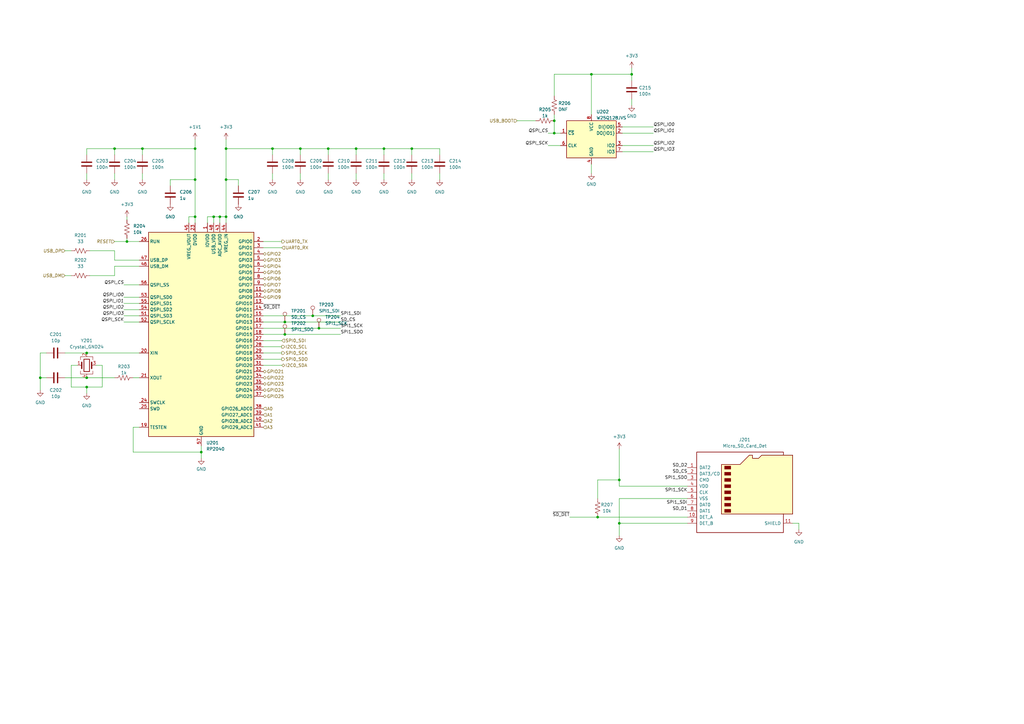
<source format=kicad_sch>
(kicad_sch (version 20211123) (generator eeschema)
  (paper "A3")
  (title_block (title "AlexVionics") (date "2022-09-01") (rev "1.0"))
  (lib_symbols
    (symbol "Connector:Micro_SD_Card_Det" (pin_names (offset 1.016))
      (property "Reference" "J" (at -16.51 17.78 0))
      (property "Value" "Micro_SD_Card_Det" (at 16.51 17.78 0))
      (symbol "Micro_SD_Card_Det_0_1"
        (rectangle (start -7.62 -6.985) (end -5.08 -8.255) (fill (type outline)))
        (rectangle (start -7.62 -4.445) (end -5.08 -5.715) (fill (type outline)))
        (rectangle (start -7.62 -1.905) (end -5.08 -3.175) (fill (type outline)))
        (rectangle (start -7.62 0.635) (end -5.08 -0.635) (fill (type outline)))
        (rectangle (start -7.62 3.175) (end -5.08 1.905) (fill (type outline)))
        (rectangle (start -7.62 5.715) (end -5.08 4.445) (fill (type outline)))
        (rectangle (start -7.62 8.255) (end -5.08 6.985) (fill (type outline)))
        (rectangle (start -7.62 10.795) (end -5.08 9.525) (fill (type outline)))
        (polyline (pts (xy 16.51 15.24) (xy 16.51 16.51) (xy -19.05 16.51) (xy -19.05 -16.51) (xy 16.51 -16.51) (xy 16.51 -8.89)) (stroke (width 0.254)))
        (polyline (pts (xy -8.89 -8.89) (xy -8.89 11.43) (xy -1.27 11.43) (xy 2.54 15.24) (xy 3.81 15.24) (xy 3.81 13.97) (xy 6.35 13.97) (xy 7.62 15.24) (xy 20.32 15.24) (xy 20.32 -8.89) (xy -8.89 -8.89)) (stroke (width 0.254)) (fill (type background)))
      )
      (symbol "Micro_SD_Card_Det_1_1"
        (pin bidirectional line (at -22.86 10.16 0) (length 3.81) (name "DAT2") (number "1"))
        (pin passive line (at -22.86 -10.16 0) (length 3.81) (name "DET_A") (number "10"))
        (pin passive line (at 20.32 -12.7 180) (length 3.81) (name "SHIELD") (number "11"))
        (pin bidirectional line (at -22.86 7.62 0) (length 3.81) (name "DAT3/CD") (number "2"))
        (pin input line (at -22.86 5.08 0) (length 3.81) (name "CMD") (number "3"))
        (pin power_in line (at -22.86 2.54 0) (length 3.81) (name "VDD") (number "4"))
        (pin input line (at -22.86 0 0) (length 3.81) (name "CLK") (number "5"))
        (pin power_in line (at -22.86 -2.54 0) (length 3.81) (name "VSS") (number "6"))
        (pin bidirectional line (at -22.86 -5.08 0) (length 3.81) (name "DAT0") (number "7"))
        (pin bidirectional line (at -22.86 -7.62 0) (length 3.81) (name "DAT1") (number "8"))
        (pin passive line (at -22.86 -12.7 0) (length 3.81) (name "DET_B") (number "9"))
      )
    )
    (symbol "Connector:TestPoint" (pin_numbers hide) (pin_names (offset 0.762) hide)
      (property "Reference" "TP" (at 0 6.858 0))
      (property "Value" "TestPoint" (at 0 5.08 0))
      (symbol "TestPoint_0_1"
        (circle (center 0 3.302) (radius 0.762))
      )
      (symbol "TestPoint_1_1"
        (pin passive line (at 0 0 90) (length 2.54) (name "1") (number "1"))
      )
    )
    (symbol "Device:C" (pin_numbers hide) (pin_names (offset 0.254))
      (property "Reference" "C" (at 0.635 2.54 0))
      (property "Value" "C" (at 0.635 -2.54 0))
      (symbol "C_0_1"
        (polyline (pts (xy -2.032 -0.762) (xy 2.032 -0.762)) (stroke (width 0.508)))
        (polyline (pts (xy -2.032 0.762) (xy 2.032 0.762)) (stroke (width 0.508)))
      )
      (symbol "C_1_1"
        (pin passive line (at 0 3.81 270) (length 2.794) (name "~") (number "1"))
        (pin passive line (at 0 -3.81 90) (length 2.794) (name "~") (number "2"))
      )
    )
    (symbol "Device:Crystal_GND24" (pin_names (offset 1.016) hide)
      (property "Reference" "Y" (at 3.175 5.08 0))
      (property "Value" "Crystal_GND24" (at 3.175 3.175 0))
      (symbol "Crystal_GND24_0_1"
        (rectangle (start -1.143 2.54) (end 1.143 -2.54) (stroke (width 0.3048)))
        (polyline (pts (xy -2.54 0) (xy -2.032 0)))
        (polyline (pts (xy -2.032 -1.27) (xy -2.032 1.27)) (stroke (width 0.508)))
        (polyline (pts (xy 0 -3.81) (xy 0 -3.556)))
        (polyline (pts (xy 0 3.556) (xy 0 3.81)))
        (polyline (pts (xy 2.032 -1.27) (xy 2.032 1.27)) (stroke (width 0.508)))
        (polyline (pts (xy 2.032 0) (xy 2.54 0)))
        (polyline (pts (xy -2.54 -2.286) (xy -2.54 -3.556) (xy 2.54 -3.556) (xy 2.54 -2.286)))
        (polyline (pts (xy -2.54 2.286) (xy -2.54 3.556) (xy 2.54 3.556) (xy 2.54 2.286)))
      )
      (symbol "Crystal_GND24_1_1"
        (pin passive line (at -3.81 0 0) (length 1.27) (name "1") (number "1"))
        (pin passive line (at 0 5.08 270) (length 1.27) (name "2") (number "2"))
        (pin passive line (at 3.81 0 180) (length 1.27) (name "3") (number "3"))
        (pin passive line (at 0 -5.08 90) (length 1.27) (name "4") (number "4"))
      )
    )
    (symbol "Device:R_US" (pin_numbers hide) (pin_names (offset 0))
      (property "Reference" "R" (at 2.54 0 90))
      (property "Value" "R_US" (at -2.54 0 90))
      (symbol "R_US_0_1"
        (polyline (pts (xy 0 -2.286) (xy 0 -2.54)))
        (polyline (pts (xy 0 2.286) (xy 0 2.54)))
        (polyline (pts (xy 0 -0.762) (xy 1.016 -1.143) (xy 0 -1.524) (xy -1.016 -1.905) (xy 0 -2.286)))
        (polyline (pts (xy 0 0.762) (xy 1.016 0.381) (xy 0 0) (xy -1.016 -0.381) (xy 0 -0.762)))
        (polyline (pts (xy 0 2.286) (xy 1.016 1.905) (xy 0 1.524) (xy -1.016 1.143) (xy 0 0.762)))
      )
      (symbol "R_US_1_1"
        (pin passive line (at 0 3.81 270) (length 1.27) (name "~") (number "1"))
        (pin passive line (at 0 -3.81 90) (length 1.27) (name "~") (number "2"))
      )
    )
    (symbol "MCU_RaspberryPi:RP2040"
      (property "Reference" "U" (at 17.78 45.72 0))
      (property "Value" "RP2040" (at 17.78 43.18 0))
      (symbol "RP2040_0_1"
        (rectangle (start -21.59 41.91) (end 21.59 -41.91) (stroke (width 0.254)) (fill (type background)))
      )
      (symbol "RP2040_1_1"
        (pin power_in line (at 2.54 45.72 270) (length 3.81) (name "IOVDD") (number "1"))
        (pin passive line (at 2.54 45.72 270) (length 3.81) hide (name "IOVDD") (number "10"))
        (pin bidirectional line (at 25.4 17.78 180) (length 3.81) (name "GPIO8") (number "11"))
        (pin bidirectional line (at 25.4 15.24 180) (length 3.81) (name "GPIO9") (number "12"))
        (pin bidirectional line (at 25.4 12.7 180) (length 3.81) (name "GPIO10") (number "13"))
        (pin bidirectional line (at 25.4 10.16 180) (length 3.81) (name "GPIO11") (number "14"))
        (pin bidirectional line (at 25.4 7.62 180) (length 3.81) (name "GPIO12") (number "15"))
        (pin bidirectional line (at 25.4 5.08 180) (length 3.81) (name "GPIO13") (number "16"))
        (pin bidirectional line (at 25.4 2.54 180) (length 3.81) (name "GPIO14") (number "17"))
        (pin bidirectional line (at 25.4 0 180) (length 3.81) (name "GPIO15") (number "18"))
        (pin input line (at -25.4 -38.1 0) (length 3.81) (name "TESTEN") (number "19"))
        (pin bidirectional line (at 25.4 38.1 180) (length 3.81) (name "GPIO0") (number "2"))
        (pin input line (at -25.4 -7.62 0) (length 3.81) (name "XIN") (number "20"))
        (pin passive line (at -25.4 -17.78 0) (length 3.81) (name "XOUT") (number "21"))
        (pin passive line (at 2.54 45.72 270) (length 3.81) hide (name "IOVDD") (number "22"))
        (pin power_in line (at -2.54 45.72 270) (length 3.81) (name "DVDD") (number "23"))
        (pin output line (at -25.4 -27.94 0) (length 3.81) (name "SWCLK") (number "24"))
        (pin bidirectional line (at -25.4 -30.48 0) (length 3.81) (name "SWD") (number "25"))
        (pin input line (at -25.4 38.1 0) (length 3.81) (name "RUN") (number "26"))
        (pin bidirectional line (at 25.4 -2.54 180) (length 3.81) (name "GPIO16") (number "27"))
        (pin bidirectional line (at 25.4 -5.08 180) (length 3.81) (name "GPIO17") (number "28"))
        (pin bidirectional line (at 25.4 -7.62 180) (length 3.81) (name "GPIO18") (number "29"))
        (pin bidirectional line (at 25.4 35.56 180) (length 3.81) (name "GPIO1") (number "3"))
        (pin bidirectional line (at 25.4 -10.16 180) (length 3.81) (name "GPIO19") (number "30"))
        (pin bidirectional line (at 25.4 -12.7 180) (length 3.81) (name "GPIO20") (number "31"))
        (pin bidirectional line (at 25.4 -15.24 180) (length 3.81) (name "GPIO21") (number "32"))
        (pin passive line (at 2.54 45.72 270) (length 3.81) hide (name "IOVDD") (number "33"))
        (pin bidirectional line (at 25.4 -17.78 180) (length 3.81) (name "GPIO22") (number "34"))
        (pin bidirectional line (at 25.4 -20.32 180) (length 3.81) (name "GPIO23") (number "35"))
        (pin bidirectional line (at 25.4 -22.86 180) (length 3.81) (name "GPIO24") (number "36"))
        (pin bidirectional line (at 25.4 -25.4 180) (length 3.81) (name "GPIO25") (number "37"))
        (pin bidirectional line (at 25.4 -30.48 180) (length 3.81) (name "GPIO26_ADC0") (number "38"))
        (pin bidirectional line (at 25.4 -33.02 180) (length 3.81) (name "GPIO27_ADC1") (number "39"))
        (pin bidirectional line (at 25.4 33.02 180) (length 3.81) (name "GPIO2") (number "4"))
        (pin bidirectional line (at 25.4 -35.56 180) (length 3.81) (name "GPIO28_ADC2") (number "40"))
        (pin bidirectional line (at 25.4 -38.1 180) (length 3.81) (name "GPIO29_ADC3") (number "41"))
        (pin passive line (at 2.54 45.72 270) (length 3.81) hide (name "IOVDD") (number "42"))
        (pin power_in line (at 7.62 45.72 270) (length 3.81) (name "ADC_AVDD") (number "43"))
        (pin power_in line (at 10.16 45.72 270) (length 3.81) (name "VREG_IN") (number "44"))
        (pin power_out line (at -5.08 45.72 270) (length 3.81) (name "VREG_VOUT") (number "45"))
        (pin bidirectional line (at -25.4 27.94 0) (length 3.81) (name "USB_DM") (number "46"))
        (pin bidirectional line (at -25.4 30.48 0) (length 3.81) (name "USB_DP") (number "47"))
        (pin power_in line (at 5.08 45.72 270) (length 3.81) (name "USB_VDD") (number "48"))
        (pin passive line (at 2.54 45.72 270) (length 3.81) hide (name "IOVDD") (number "49"))
        (pin bidirectional line (at 25.4 30.48 180) (length 3.81) (name "GPIO3") (number "5"))
        (pin passive line (at -2.54 45.72 270) (length 3.81) hide (name "DVDD") (number "50"))
        (pin bidirectional line (at -25.4 7.62 0) (length 3.81) (name "QSPI_SD3") (number "51"))
        (pin output line (at -25.4 5.08 0) (length 3.81) (name "QSPI_SCLK") (number "52"))
        (pin bidirectional line (at -25.4 15.24 0) (length 3.81) (name "QSPI_SD0") (number "53"))
        (pin bidirectional line (at -25.4 10.16 0) (length 3.81) (name "QSPI_SD2") (number "54"))
        (pin bidirectional line (at -25.4 12.7 0) (length 3.81) (name "QSPI_SD1") (number "55"))
        (pin bidirectional line (at -25.4 20.32 0) (length 3.81) (name "QSPI_SS") (number "56"))
        (pin power_in line (at 0 -45.72 90) (length 3.81) (name "GND") (number "57"))
        (pin bidirectional line (at 25.4 27.94 180) (length 3.81) (name "GPIO4") (number "6"))
        (pin bidirectional line (at 25.4 25.4 180) (length 3.81) (name "GPIO5") (number "7"))
        (pin bidirectional line (at 25.4 22.86 180) (length 3.81) (name "GPIO6") (number "8"))
        (pin bidirectional line (at 25.4 20.32 180) (length 3.81) (name "GPIO7") (number "9"))
      )
    )
    (symbol "Memory_Flash:W25Q128JVS"
      (property "Reference" "U" (at -8.89 8.89 0))
      (property "Value" "W25Q128JVS" (at 7.62 8.89 0))
      (symbol "W25Q128JVS_0_1"
        (rectangle (start -10.16 7.62) (end 10.16 -7.62) (stroke (width 0.254)) (fill (type background)))
      )
      (symbol "W25Q128JVS_1_1"
        (pin input line (at -12.7 2.54 0) (length 2.54) (name "~{CS}") (number "1"))
        (pin bidirectional line (at 12.7 2.54 180) (length 2.54) (name "DO(IO1)") (number "2"))
        (pin bidirectional line (at 12.7 -2.54 180) (length 2.54) (name "IO2") (number "3"))
        (pin power_in line (at 0 -10.16 90) (length 2.54) (name "GND") (number "4"))
        (pin bidirectional line (at 12.7 5.08 180) (length 2.54) (name "DI(IO0)") (number "5"))
        (pin input line (at -12.7 -2.54 0) (length 2.54) (name "CLK") (number "6"))
        (pin bidirectional line (at 12.7 -5.08 180) (length 2.54) (name "IO3") (number "7"))
        (pin power_in line (at 0 10.16 270) (length 2.54) (name "VCC") (number "8"))
      )
    )
    (symbol "power:+1V1" (power) (pin_names (offset 0))
      (property "Value" "+1V1" (at 0 3.556 0))
      (symbol "+1V1_0_1"
        (polyline (pts (xy -0.762 1.27) (xy 0 2.54)))
        (polyline (pts (xy 0 0) (xy 0 2.54)))
        (polyline (pts (xy 0 2.54) (xy 0.762 1.27)))
      )
      (symbol "+1V1_1_1"
        (pin power_in line (at 0 0 90) (length 0) hide (name "+1V1") (number "1"))
      )
    )
    (symbol "power:+3V3" (power) (pin_names (offset 0))
      (property "Value" "+3V3" (at 0 3.556 0))
      (symbol "+3V3_0_1"
        (polyline (pts (xy -0.762 1.27) (xy 0 2.54)))
        (polyline (pts (xy 0 0) (xy 0 2.54)))
        (polyline (pts (xy 0 2.54) (xy 0.762 1.27)))
      )
      (symbol "+3V3_1_1"
        (pin power_in line (at 0 0 90) (length 0) hide (name "+3V3") (number "1"))
      )
    )
    (symbol "power:GND" (power) (pin_names (offset 0))
      (property "Value" "GND" (at 0 -3.81 0))
      (symbol "GND_0_1"
        (polyline (pts (xy 0 0) (xy 0 -1.27) (xy 1.27 -1.27) (xy 0 -2.54) (xy -1.27 -1.27) (xy 0 -1.27)))
      )
      (symbol "GND_1_1"
        (pin power_in line (at 0 0 270) (length 0) hide (name "GND") (number "1"))
      )
    )
  )
  (junction (at 254 196.85))
  (junction (at 80.01 88.9))
  (junction (at 16.51 154.94))
  (junction (at 111.76 60.96))
  (junction (at 116.84 132.08))
  (junction (at 92.71 73.66))
  (junction (at 80.01 73.66))
  (junction (at 134.62 60.96))
  (junction (at 227.33 54.61))
  (junction (at 130.81 134.62))
  (junction (at 35.56 154.94))
  (junction (at 92.71 88.9))
  (junction (at 46.99 60.96))
  (junction (at 245.11 212.09))
  (junction (at 259.08 30.48))
  (junction (at 254 214.63))
  (junction (at 82.55 185.42))
  (junction (at 80.01 60.96))
  (junction (at 128.27 129.54))
  (junction (at 90.17 88.9))
  (junction (at 146.05 60.96))
  (junction (at 87.63 88.9))
  (junction (at 123.19 60.96))
  (junction (at 242.57 30.48))
  (junction (at 58.42 60.96))
  (junction (at 35.56 144.78))
  (junction (at 168.91 60.96))
  (junction (at 92.71 60.96))
  (junction (at 227.33 49.53))
  (junction (at 116.84 137.16))
  (junction (at 52.07 99.06))
  (junction (at 157.48 60.96))
  (junction (at 35.56 158.75))
  (wire (pts (xy 134.62 71.12) (xy 134.62 73.66)))
  (wire (pts (xy 111.76 71.12) (xy 111.76 73.66)))
  (wire (pts (xy 254 219.71) (xy 254 214.63)))
  (wire (pts (xy 35.56 63.5) (xy 35.56 60.96)))
  (wire (pts (xy 227.33 39.37) (xy 227.33 30.48)))
  (wire (pts (xy 54.61 175.26) (xy 54.61 185.42)))
  (wire (pts (xy 77.47 88.9) (xy 80.01 88.9)))
  (wire (pts (xy 255.27 59.69) (xy 267.97 59.69)))
  (wire (pts (xy 54.61 185.42) (xy 82.55 185.42)))
  (wire (pts (xy 212.09 49.53) (xy 219.71 49.53)))
  (wire (pts (xy 92.71 73.66) (xy 92.71 88.9)))
  (wire (pts (xy 19.05 144.78) (xy 16.51 144.78)))
  (wire (pts (xy 50.8 132.08) (xy 57.15 132.08)))
  (wire (pts (xy 58.42 71.12) (xy 58.42 73.66)))
  (wire (pts (xy 50.8 116.84) (xy 57.15 116.84)))
  (wire (pts (xy 69.85 76.2) (xy 69.85 73.66)))
  (wire (pts (xy 50.8 127) (xy 57.15 127)))
  (wire (pts (xy 85.09 91.44) (xy 85.09 88.9)))
  (wire (pts (xy 111.76 63.5) (xy 111.76 60.96)))
  (wire (pts (xy 255.27 54.61) (xy 267.97 54.61)))
  (wire (pts (xy 245.11 196.85) (xy 245.11 204.47)))
  (wire (pts (xy 92.71 88.9) (xy 92.71 91.44)))
  (wire (pts (xy 16.51 160.02) (xy 16.51 154.94)))
  (wire (pts (xy 115.57 142.24) (xy 107.95 142.24)))
  (wire (pts (xy 29.21 149.86) (xy 31.75 149.86)))
  (wire (pts (xy 46.99 60.96) (xy 58.42 60.96)))
  (wire (pts (xy 254 204.47) (xy 281.94 204.47)))
  (wire (pts (xy 130.81 134.62) (xy 107.95 134.62)))
  (wire (pts (xy 54.61 154.94) (xy 57.15 154.94)))
  (wire (pts (xy 35.56 158.75) (xy 35.56 161.29)))
  (wire (pts (xy 46.99 113.03) (xy 36.83 113.03)))
  (wire (pts (xy 180.34 63.5) (xy 180.34 60.96)))
  (wire (pts (xy 254 214.63) (xy 281.94 214.63)))
  (wire (pts (xy 90.17 88.9) (xy 90.17 91.44)))
  (wire (pts (xy 259.08 30.48) (xy 242.57 30.48)))
  (wire (pts (xy 97.79 73.66) (xy 92.71 73.66)))
  (wire (pts (xy 123.19 63.5) (xy 123.19 60.96)))
  (wire (pts (xy 58.42 63.5) (xy 58.42 60.96)))
  (wire (pts (xy 80.01 57.15) (xy 80.01 60.96)))
  (wire (pts (xy 35.56 144.78) (xy 57.15 144.78)))
  (wire (pts (xy 111.76 60.96) (xy 92.71 60.96)))
  (wire (pts (xy 92.71 57.15) (xy 92.71 60.96)))
  (wire (pts (xy 90.17 88.9) (xy 92.71 88.9)))
  (wire (pts (xy 227.33 30.48) (xy 242.57 30.48)))
  (wire (pts (xy 157.48 71.12) (xy 157.48 73.66)))
  (wire (pts (xy 52.07 88.9) (xy 52.07 90.17)))
  (wire (pts (xy 26.67 154.94) (xy 35.56 154.94)))
  (wire (pts (xy 82.55 182.88) (xy 82.55 185.42)))
  (wire (pts (xy 29.21 158.75) (xy 29.21 149.86)))
  (wire (pts (xy 46.99 102.87) (xy 36.83 102.87)))
  (wire (pts (xy 115.57 144.78) (xy 107.95 144.78)))
  (wire (pts (xy 116.84 132.08) (xy 107.95 132.08)))
  (wire (pts (xy 115.57 99.06) (xy 107.95 99.06)))
  (wire (pts (xy 52.07 97.79) (xy 52.07 99.06)))
  (wire (pts (xy 52.07 99.06) (xy 57.15 99.06)))
  (wire (pts (xy 87.63 88.9) (xy 90.17 88.9)))
  (wire (pts (xy 180.34 71.12) (xy 180.34 73.66)))
  (wire (pts (xy 245.11 196.85) (xy 254 196.85)))
  (wire (pts (xy 134.62 63.5) (xy 134.62 60.96)))
  (wire (pts (xy 227.33 54.61) (xy 229.87 54.61)))
  (wire (pts (xy 254 214.63) (xy 254 204.47)))
  (wire (pts (xy 233.68 212.09) (xy 245.11 212.09)))
  (wire (pts (xy 146.05 63.5) (xy 146.05 60.96)))
  (wire (pts (xy 128.27 129.54) (xy 107.95 129.54)))
  (wire (pts (xy 46.99 113.03) (xy 46.99 109.22)))
  (wire (pts (xy 16.51 144.78) (xy 16.51 154.94)))
  (wire (pts (xy 16.51 154.94) (xy 19.05 154.94)))
  (wire (pts (xy 157.48 63.5) (xy 157.48 60.96)))
  (wire (pts (xy 146.05 71.12) (xy 146.05 73.66)))
  (wire (pts (xy 259.08 40.64) (xy 259.08 43.18)))
  (wire (pts (xy 139.7 134.62) (xy 130.81 134.62)))
  (wire (pts (xy 58.42 60.96) (xy 80.01 60.96)))
  (wire (pts (xy 92.71 60.96) (xy 92.71 73.66)))
  (wire (pts (xy 227.33 46.99) (xy 227.33 49.53)))
  (wire (pts (xy 139.7 132.08) (xy 116.84 132.08)))
  (wire (pts (xy 26.67 113.03) (xy 29.21 113.03)))
  (wire (pts (xy 224.79 54.61) (xy 227.33 54.61)))
  (wire (pts (xy 259.08 30.48) (xy 259.08 33.02)))
  (wire (pts (xy 139.7 137.16) (xy 116.84 137.16)))
  (wire (pts (xy 35.56 154.94) (xy 46.99 154.94)))
  (wire (pts (xy 168.91 63.5) (xy 168.91 60.96)))
  (wire (pts (xy 50.8 124.46) (xy 57.15 124.46)))
  (wire (pts (xy 146.05 60.96) (xy 157.48 60.96)))
  (wire (pts (xy 80.01 88.9) (xy 80.01 91.44)))
  (wire (pts (xy 46.99 63.5) (xy 46.99 60.96)))
  (wire (pts (xy 128.27 129.54) (xy 139.7 129.54)))
  (wire (pts (xy 35.56 71.12) (xy 35.56 73.66)))
  (wire (pts (xy 97.79 76.2) (xy 97.79 73.66)))
  (wire (pts (xy 82.55 185.42) (xy 82.55 187.96)))
  (wire (pts (xy 26.67 144.78) (xy 35.56 144.78)))
  (wire (pts (xy 57.15 175.26) (xy 54.61 175.26)))
  (wire (pts (xy 168.91 60.96) (xy 180.34 60.96)))
  (wire (pts (xy 85.09 88.9) (xy 87.63 88.9)))
  (wire (pts (xy 87.63 88.9) (xy 87.63 91.44)))
  (wire (pts (xy 116.84 137.16) (xy 107.95 137.16)))
  (wire (pts (xy 41.91 158.75) (xy 35.56 158.75)))
  (wire (pts (xy 80.01 73.66) (xy 80.01 88.9)))
  (wire (pts (xy 123.19 71.12) (xy 123.19 73.66)))
  (wire (pts (xy 46.99 71.12) (xy 46.99 73.66)))
  (wire (pts (xy 77.47 91.44) (xy 77.47 88.9)))
  (wire (pts (xy 157.48 60.96) (xy 168.91 60.96)))
  (wire (pts (xy 111.76 60.96) (xy 123.19 60.96)))
  (wire (pts (xy 69.85 73.66) (xy 80.01 73.66)))
  (wire (pts (xy 255.27 62.23) (xy 267.97 62.23)))
  (wire (pts (xy 115.57 139.7) (xy 107.95 139.7)))
  (wire (pts (xy 327.66 217.17) (xy 327.66 214.63)))
  (wire (pts (xy 327.66 214.63) (xy 325.12 214.63)))
  (wire (pts (xy 259.08 27.94) (xy 259.08 30.48)))
  (wire (pts (xy 50.8 129.54) (xy 57.15 129.54)))
  (wire (pts (xy 46.99 99.06) (xy 52.07 99.06)))
  (wire (pts (xy 134.62 60.96) (xy 146.05 60.96)))
  (wire (pts (xy 35.56 60.96) (xy 46.99 60.96)))
  (wire (pts (xy 123.19 60.96) (xy 134.62 60.96)))
  (wire (pts (xy 242.57 30.48) (xy 242.57 46.99)))
  (wire (pts (xy 46.99 106.68) (xy 57.15 106.68)))
  (wire (pts (xy 46.99 109.22) (xy 57.15 109.22)))
  (wire (pts (xy 255.27 52.07) (xy 267.97 52.07)))
  (wire (pts (xy 80.01 60.96) (xy 80.01 73.66)))
  (wire (pts (xy 46.99 102.87) (xy 46.99 106.68)))
  (wire (pts (xy 50.8 121.92) (xy 57.15 121.92)))
  (wire (pts (xy 115.57 147.32) (xy 107.95 147.32)))
  (wire (pts (xy 242.57 67.31) (xy 242.57 71.12)))
  (wire (pts (xy 168.91 71.12) (xy 168.91 73.66)))
  (wire (pts (xy 224.79 59.69) (xy 229.87 59.69)))
  (wire (pts (xy 245.11 212.09) (xy 281.94 212.09)))
  (wire (pts (xy 41.91 149.86) (xy 41.91 158.75)))
  (wire (pts (xy 115.57 149.86) (xy 107.95 149.86)))
  (wire (pts (xy 39.37 149.86) (xy 41.91 149.86)))
  (wire (pts (xy 26.67 102.87) (xy 29.21 102.87)))
  (wire (pts (xy 227.33 49.53) (xy 227.33 54.61)))
  (wire (pts (xy 254 199.39) (xy 281.94 199.39)))
  (wire (pts (xy 115.57 101.6) (xy 107.95 101.6)))
  (wire (pts (xy 254 196.85) (xy 254 199.39)))
  (wire (pts (xy 254 184.15) (xy 254 196.85)))
  (wire (pts (xy 35.56 158.75) (xy 29.21 158.75)))
  (label "SPI1_SCK" (at 139.7 134.62 0))
  (label "SD_D1" (at 281.94 209.55 180))
  (label "SPI1_SDI" (at 281.94 207.01 180))
  (label "QSPI_CS" (at 50.8 116.84 180) (effects (font italic)))
  (label "SPI1_SDO" (at 281.94 196.85 180))
  (label "SPI1_SDI" (at 139.7 129.54 0))
  (label "~{SD_DET}" (at 107.95 127 0))
  (label "QSPI_SCK" (at 224.79 59.69 180) (effects (font italic)))
  (label "~{SD_DET}" (at 233.68 212.09 180))
  (label "SPI1_SDO" (at 139.7 137.16 0))
  (label "QSPI_SCK" (at 50.8 132.08 180) (effects (font italic)))
  (label "SD_CS" (at 139.7 132.08 0))
  (label "QSPI_IO3" (at 267.97 62.23 0) (effects (font italic)))
  (label "SD_D2" (at 281.94 191.77 180))
  (label "SD_CS" (at 281.94 194.31 180))
  (label "SPI1_SCK" (at 281.94 201.93 180))
  (label "QSPI_CS" (at 224.79 54.61 180) (effects (font italic)))
  (label "QSPI_IO2" (at 50.8 127 180) (effects (font italic)))
  (label "QSPI_IO3" (at 50.8 129.54 180) (effects (font italic)))
  (label "QSPI_IO1" (at 50.8 124.46 180) (effects (font italic)))
  (label "QSPI_IO2" (at 267.97 59.69 0) (effects (font italic)))
  (label "QSPI_IO0" (at 267.97 52.07 0) (effects (font italic)))
  (label "QSPI_IO0" (at 50.8 121.92 180) (effects (font italic)))
  (label "QSPI_IO1" (at 267.97 54.61 0) (effects (font italic)))
  (hierarchical_label "USB_BOOT" (shape input) (at 212.09 49.53 180))
  (hierarchical_label "A1" (shape input) (at 107.95 170.18 0))
  (hierarchical_label "GPIO7" (shape bidirectional) (at 107.95 116.84 0))
  (hierarchical_label "GPIO2" (shape bidirectional) (at 107.95 104.14 0))
  (hierarchical_label "USB_DP" (shape input) (at 26.67 102.87 180) (effects (font italic)))
  (hierarchical_label "GPIO25" (shape bidirectional) (at 107.95 162.56 0))
  (hierarchical_label "GPIO5" (shape bidirectional) (at 107.95 111.76 0))
  (hierarchical_label "SPI0_SDI" (shape input) (at 115.57 139.7 0))
  (hierarchical_label "GPIO21" (shape bidirectional) (at 107.95 152.4 0))
  (hierarchical_label "GPIO9" (shape bidirectional) (at 107.95 121.92 0))
  (hierarchical_label "GPIO4" (shape bidirectional) (at 107.95 109.22 0))
  (hierarchical_label "GPIO8" (shape bidirectional) (at 107.95 119.38 0))
  (hierarchical_label "GPIO6" (shape bidirectional) (at 107.95 114.3 0))
  (hierarchical_label "GPIO22" (shape bidirectional) (at 107.95 154.94 0))
  (hierarchical_label "RESET" (shape input) (at 46.99 99.06 180) (effects (font italic)))
  (hierarchical_label "SPI0_SDO" (shape output) (at 115.57 147.32 0))
  (hierarchical_label "GPIO3" (shape bidirectional) (at 107.95 106.68 0))
  (hierarchical_label "USB_DM" (shape input) (at 26.67 113.03 180) (effects (font italic)))
  (hierarchical_label "A3" (shape input) (at 107.95 175.26 0))
  (hierarchical_label "SPI0_SCK" (shape output) (at 115.57 144.78 0))
  (hierarchical_label "A0" (shape input) (at 107.95 167.64 0))
  (hierarchical_label "UART0_TX" (shape output) (at 115.57 99.06 0))
  (hierarchical_label "GPIO24" (shape bidirectional) (at 107.95 160.02 0))
  (hierarchical_label "I2C0_SCL" (shape output) (at 115.57 142.24 0))
  (hierarchical_label "I2C0_SDA" (shape bidirectional) (at 115.57 149.86 0))
  (hierarchical_label "GPIO23" (shape bidirectional) (at 107.95 157.48 0))
  (hierarchical_label "A2" (shape input) (at 107.95 172.72 0))
  (hierarchical_label "UART0_RX" (shape input) (at 115.57 101.6 0))
  (symbol (lib_id "power:GND") (at 35.56 73.66 0) (unit 1)
    (property "Reference" "#PWR0202" (effects hide))
    (property "Value" "GND" (at 35.56 78.74 0))
  )
  (symbol (lib_id "Device:C") (at 22.86 144.78 90) (unit 1)
    (property "Reference" "C201" (at 22.86 137.16 90))
    (property "Value" "10p" (at 22.86 139.7 90))
    (property "Footprint" "Capacitor_SMD:C_0402_1005Metric" (effects hide))
  )
  (symbol (lib_id "Device:C") (at 146.05 67.31 0) (unit 1)
    (property "Reference" "C211" (at 149.86 66.0399 0) (effects (justify left)))
    (property "Value" "100n" (at 149.86 68.5799 0) (effects (justify left)))
    (property "Footprint" "Capacitor_SMD:C_0402_1005Metric" (effects hide))
  )
  (symbol (lib_id "Device:R_US") (at 227.33 43.18 0) (unit 1) (in_bom no)
    (property "Reference" "R206" (at 228.981 42.3453 0) (effects (justify left)))
    (property "Value" "DNF" (at 228.981 44.8822 0) (effects (justify left)))
    (property "Footprint" "Resistor_SMD:R_0805_2012Metric" (effects hide))
  )
  (symbol (lib_id "Connector:TestPoint") (at 130.81 134.62 0) (unit 1)
    (property "Reference" "TP204" (at 133.35 130.0479 0) (effects (justify left)))
    (property "Value" "SPI1_SCK" (at 133.35 132.5879 0) (effects (justify left)))
    (property "Footprint" "TestPoint:TestPoint_THTPad_1.0x1.0mm_Drill0.5mm" (effects hide))
  )
  (symbol (lib_id "power:GND") (at 16.51 160.02 0) (unit 1)
    (property "Reference" "#PWR0201" (effects hide))
    (property "Value" "GND" (at 16.51 165.1 0))
  )
  (symbol (lib_id "Connector:Micro_SD_Card_Det") (at 304.8 201.93 0) (unit 1)
    (property "Reference" "J201" (at 305.435 180.34 0))
    (property "Value" "Micro_SD_Card_Det" (at 305.435 182.88 0))
    (property "Footprint" "Connector_Card:microSD_HC_Hirose_DM3AT-SF-PEJM5" (effects hide))
    (property "Datasheet" "https://www.hirose.com/product/en/download_file/key_name/DM3/category/Catalog/doc_file_id/49662/?file_category_id=4&item_id=195&is_series=1" (effects hide))
  )
  (symbol (lib_id "power:+3V3") (at 52.07 88.9 0) (unit 1)
    (property "Reference" "#PWR0205" (effects hide))
    (property "Value" "+3V3" (at 52.07 83.82 0))
  )
  (symbol (lib_id "power:GND") (at 69.85 83.82 0) (unit 1)
    (property "Reference" "#PWR0207" (effects hide))
    (property "Value" "GND" (at 69.85 88.9 0))
  )
  (symbol (lib_id "Device:C") (at 58.42 67.31 0) (unit 1)
    (property "Reference" "C205" (at 62.23 66.0399 0) (effects (justify left)))
    (property "Value" "100n" (at 62.23 68.5799 0) (effects (justify left)))
    (property "Footprint" "Capacitor_SMD:C_0402_1005Metric" (effects hide))
  )
  (symbol (lib_id "power:GND") (at 254 219.71 0) (unit 1)
    (property "Reference" "#PWR0221" (effects hide))
    (property "Value" "GND" (at 254 224.79 0))
  )
  (symbol (lib_id "Device:R_US") (at 52.07 93.98 180) (unit 1)
    (property "Reference" "R204" (at 54.61 92.7099 0) (effects (justify right)))
    (property "Value" "10k" (at 54.61 95.2499 0) (effects (justify right)))
    (property "Footprint" "Resistor_SMD:R_0402_1005Metric" (effects hide))
  )
  (symbol (lib_id "Device:C") (at 69.85 80.01 0) (unit 1)
    (property "Reference" "C206" (at 73.66 78.7399 0) (effects (justify left)))
    (property "Value" "1u" (at 73.66 81.2799 0) (effects (justify left)))
    (property "Footprint" "Capacitor_SMD:C_0402_1005Metric" (effects hide))
  )
  (symbol (lib_id "Device:R_US") (at 50.8 154.94 90) (unit 1)
    (property "Reference" "R203" (at 50.8 150.3512 90))
    (property "Value" "1k" (at 50.8 152.8881 90))
    (property "Footprint" "Resistor_SMD:R_0402_1005Metric" (effects hide))
  )
  (symbol (lib_id "power:+3V3") (at 254 184.15 0) (unit 1)
    (property "Reference" "#PWR0220" (effects hide))
    (property "Value" "+3V3" (at 254 179.07 0))
  )
  (symbol (lib_id "Device:C") (at 168.91 67.31 0) (unit 1)
    (property "Reference" "C213" (at 172.72 66.0399 0) (effects (justify left)))
    (property "Value" "100n" (at 172.72 68.5799 0) (effects (justify left)))
    (property "Footprint" "Capacitor_SMD:C_0402_1005Metric" (effects hide))
  )
  (symbol (lib_id "Device:C") (at 259.08 36.83 0) (unit 1)
    (property "Reference" "C215" (at 262.001 35.9953 0) (effects (justify left)))
    (property "Value" "100n" (at 262.001 38.5322 0) (effects (justify left)))
    (property "Footprint" "Capacitor_SMD:C_0402_1005Metric" (effects hide))
  )
  (symbol (lib_id "Device:C") (at 111.76 67.31 0) (unit 1)
    (property "Reference" "C208" (at 115.57 66.0399 0) (effects (justify left)))
    (property "Value" "100n" (at 115.57 68.5799 0) (effects (justify left)))
    (property "Footprint" "Capacitor_SMD:C_0402_1005Metric" (effects hide))
  )
  (symbol (lib_id "power:GND") (at 259.08 43.18 0) (unit 1)
    (property "Reference" "#PWR0223" (effects hide))
    (property "Value" "GND" (at 259.08 47.6234 0))
  )
  (symbol (lib_id "Device:C") (at 22.86 154.94 90) (unit 1)
    (property "Reference" "C202" (at 22.86 160.02 90))
    (property "Value" "10p" (at 22.86 162.56 90))
    (property "Footprint" "Capacitor_SMD:C_0402_1005Metric" (effects hide))
  )
  (symbol (lib_id "Device:C") (at 46.99 67.31 0) (unit 1)
    (property "Reference" "C204" (at 50.8 66.0399 0) (effects (justify left)))
    (property "Value" "100n" (at 50.8 68.5799 0) (effects (justify left)))
    (property "Footprint" "Capacitor_SMD:C_0402_1005Metric" (effects hide))
  )
  (symbol (lib_id "Device:C") (at 35.56 67.31 0) (unit 1)
    (property "Reference" "C203" (at 39.37 66.0399 0) (effects (justify left)))
    (property "Value" "100n" (at 39.37 68.5799 0) (effects (justify left)))
    (property "Footprint" "Capacitor_SMD:C_0402_1005Metric" (effects hide))
  )
  (symbol (lib_id "power:GND") (at 146.05 73.66 0) (unit 1)
    (property "Reference" "#PWR0215" (effects hide))
    (property "Value" "GND" (at 146.05 78.74 0))
  )
  (symbol (lib_id "MCU_RaspberryPi:RP2040") (at 82.55 137.16 0) (unit 1)
    (property "Reference" "U201" (at 84.5694 181.61 0) (effects (justify left)))
    (property "Value" "RP2040" (at 84.5694 184.15 0) (effects (justify left)))
    (property "Footprint" "Package_DFN_QFN:QFN-56-1EP_7x7mm_P0.4mm_EP3.2x3.2mm" (effects hide))
    (property "Datasheet" "https://datasheets.raspberrypi.com/rp2040/rp2040-datasheet.pdf" (effects hide))
  )
  (symbol (lib_id "power:GND") (at 168.91 73.66 0) (unit 1)
    (property "Reference" "#PWR0217" (effects hide))
    (property "Value" "GND" (at 168.91 78.74 0))
  )
  (symbol (lib_id "Connector:TestPoint") (at 116.84 132.08 0) (unit 1)
    (property "Reference" "TP201" (at 119.38 127.5079 0) (effects (justify left)))
    (property "Value" "SD_CS" (at 119.38 130.0479 0) (effects (justify left)))
    (property "Footprint" "TestPoint:TestPoint_THTPad_1.0x1.0mm_Drill0.5mm" (effects hide))
  )
  (symbol (lib_id "power:GND") (at 97.79 83.82 0) (unit 1)
    (property "Reference" "#PWR0211" (effects hide))
    (property "Value" "GND" (at 97.79 88.9 0))
  )
  (symbol (lib_id "power:GND") (at 58.42 73.66 0) (unit 1)
    (property "Reference" "#PWR0206" (effects hide))
    (property "Value" "GND" (at 58.42 78.74 0))
  )
  (symbol (lib_id "Connector:TestPoint") (at 116.84 137.16 0) (unit 1)
    (property "Reference" "TP202" (at 119.38 132.5879 0) (effects (justify left)))
    (property "Value" "SPI1_SDO" (at 119.38 135.1279 0) (effects (justify left)))
    (property "Footprint" "TestPoint:TestPoint_THTPad_1.0x1.0mm_Drill0.5mm" (effects hide))
  )
  (symbol (lib_id "Device:C") (at 134.62 67.31 0) (unit 1)
    (property "Reference" "C210" (at 138.43 66.0399 0) (effects (justify left)))
    (property "Value" "100n" (at 138.43 68.5799 0) (effects (justify left)))
    (property "Footprint" "Capacitor_SMD:C_0402_1005Metric" (effects hide))
  )
  (symbol (lib_id "Device:C") (at 180.34 67.31 0) (unit 1)
    (property "Reference" "C214" (at 184.15 66.0399 0) (effects (justify left)))
    (property "Value" "100n" (at 184.15 68.5799 0) (effects (justify left)))
    (property "Footprint" "Capacitor_SMD:C_0402_1005Metric" (effects hide))
  )
  (symbol (lib_id "power:+3V3") (at 92.71 57.15 0) (unit 1)
    (property "Reference" "#PWR0210" (effects hide))
    (property "Value" "+3V3" (at 92.71 52.07 0))
  )
  (symbol (lib_id "Device:Crystal_GND24") (at 35.56 149.86 0) (unit 1)
    (property "Reference" "Y201" (at 35.56 139.7 0))
    (property "Value" "Crystal_GND24" (at 35.56 142.24 0))
    (property "Footprint" "Crystal:Crystal_SMD_3225-4Pin_3.2x2.5mm" (effects hide))
  )
  (symbol (lib_id "power:GND") (at 46.99 73.66 0) (unit 1)
    (property "Reference" "#PWR0204" (effects hide))
    (property "Value" "GND" (at 46.99 78.74 0))
  )
  (symbol (lib_id "power:GND") (at 82.55 187.96 0) (unit 1)
    (property "Reference" "#PWR0209" (effects hide))
    (property "Value" "GND" (at 82.55 192.4034 0))
  )
  (symbol (lib_id "Device:R_US") (at 33.02 102.87 270) (unit 1)
    (property "Reference" "R201" (at 33.02 96.52 90))
    (property "Value" "33" (at 33.02 99.06 90))
    (property "Footprint" "Resistor_SMD:R_0402_1005Metric" (effects hide))
  )
  (symbol (lib_id "power:GND") (at 157.48 73.66 0) (unit 1)
    (property "Reference" "#PWR0216" (effects hide))
    (property "Value" "GND" (at 157.48 78.74 0))
  )
  (symbol (lib_id "power:+1V1") (at 80.01 57.15 0) (unit 1)
    (property "Reference" "#PWR0208" (effects hide))
    (property "Value" "+1V1" (at 80.01 52.07 0))
  )
  (symbol (lib_id "power:+3V3") (at 259.08 27.94 0) (unit 1)
    (property "Reference" "#PWR0222" (effects hide))
    (property "Value" "+3V3" (at 259.08 22.86 0))
  )
  (symbol (lib_id "Connector:TestPoint") (at 128.27 129.54 0) (unit 1)
    (property "Reference" "TP203" (at 130.81 124.9679 0) (effects (justify left)))
    (property "Value" "SPI1_SDI" (at 130.81 127.5079 0) (effects (justify left)))
    (property "Footprint" "TestPoint:TestPoint_THTPad_1.0x1.0mm_Drill0.5mm" (effects hide))
  )
  (symbol (lib_id "power:GND") (at 35.56 161.29 0) (unit 1)
    (property "Reference" "#PWR0203" (effects hide))
    (property "Value" "GND" (at 35.56 166.37 0))
  )
  (symbol (lib_id "power:GND") (at 327.66 217.17 0) (unit 1)
    (property "Reference" "#PWR0224" (effects hide))
    (property "Value" "GND" (at 327.66 222.25 0))
  )
  (symbol (lib_id "Device:C") (at 97.79 80.01 0) (unit 1)
    (property "Reference" "C207" (at 101.6 78.7399 0) (effects (justify left)))
    (property "Value" "1u" (at 101.6 81.2799 0) (effects (justify left)))
    (property "Footprint" "Capacitor_SMD:C_0402_1005Metric" (effects hide))
  )
  (symbol (lib_id "Memory_Flash:W25Q128JVS") (at 242.57 57.15 0) (unit 1)
    (property "Reference" "U202" (at 244.5894 45.8302 0) (effects (justify left)))
    (property "Value" "W25Q128JVS" (at 244.5894 48.3671 0) (effects (justify left)))
    (property "Footprint" "Package_SO:SOIC-8_5.23x5.23mm_P1.27mm" (effects hide))
    (property "Datasheet" "http://www.winbond.com/resource-files/w25q128jv_dtr%20revc%2003272018%20plus.pdf" (effects hide))
  )
  (symbol (lib_id "power:GND") (at 111.76 73.66 0) (unit 1)
    (property "Reference" "#PWR0212" (effects hide))
    (property "Value" "GND" (at 111.76 78.74 0))
  )
  (symbol (lib_id "Device:R_US") (at 223.52 49.53 90) (unit 1)
    (property "Reference" "R205" (at 223.52 44.9412 90))
    (property "Value" "1k" (at 223.52 47.4781 90))
    (property "Footprint" "Resistor_SMD:R_0402_1005Metric" (effects hide))
  )
  (symbol (lib_id "Device:C") (at 123.19 67.31 0) (unit 1)
    (property "Reference" "C209" (at 127 66.0399 0) (effects (justify left)))
    (property "Value" "100n" (at 127 68.5799 0) (effects (justify left)))
    (property "Footprint" "Capacitor_SMD:C_0402_1005Metric" (effects hide))
  )
  (symbol (lib_id "power:GND") (at 134.62 73.66 0) (unit 1)
    (property "Reference" "#PWR0214" (effects hide))
    (property "Value" "GND" (at 134.62 78.74 0))
  )
  (symbol (lib_id "power:GND") (at 242.57 71.12 0) (unit 1)
    (property "Reference" "#PWR0219" (effects hide))
    (property "Value" "GND" (at 242.57 75.5634 0))
  )
  (symbol (lib_id "Device:R_US") (at 33.02 113.03 270) (unit 1)
    (property "Reference" "R202" (at 33.02 106.68 90))
    (property "Value" "33" (at 33.02 109.22 90))
    (property "Footprint" "Resistor_SMD:R_0402_1005Metric" (effects hide))
  )
  (symbol (lib_id "power:GND") (at 180.34 73.66 0) (unit 1)
    (property "Reference" "#PWR0218" (effects hide))
    (property "Value" "GND" (at 180.34 78.74 0))
  )
  (symbol (lib_id "power:GND") (at 123.19 73.66 0) (unit 1)
    (property "Reference" "#PWR0213" (effects hide))
    (property "Value" "GND" (at 123.19 78.74 0))
  )
  (symbol (lib_id "Device:R_US") (at 245.11 208.28 0) (unit 1)
    (property "Reference" "R207" (at 248.92 207.01 0))
    (property "Value" "10k" (at 248.92 209.55 0))
    (property "Footprint" "Resistor_SMD:R_0805_2012Metric" (effects hide))
  )
  (symbol (lib_id "Device:C") (at 157.48 67.31 0) (unit 1)
    (property "Reference" "C212" (at 161.29 66.0399 0) (effects (justify left)))
    (property "Value" "100n" (at 161.29 68.5799 0) (effects (justify left)))
    (property "Footprint" "Capacitor_SMD:C_0402_1005Metric" (effects hide))
  )
)
</source>
